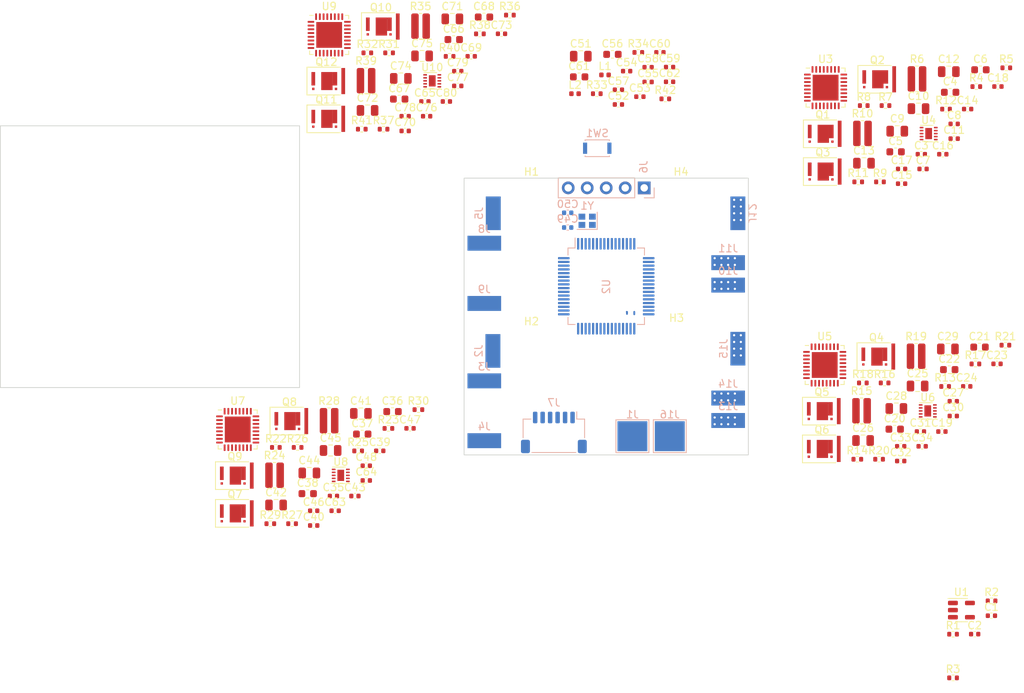
<source format=kicad_pcb>
(kicad_pcb (version 20210722) (generator pcbnew)

  (general
    (thickness 1.59)
  )

  (paper "A4")
  (layers
    (0 "F.Cu" signal)
    (1 "In1.Cu" signal)
    (2 "In2.Cu" signal)
    (31 "B.Cu" signal)
    (32 "B.Adhes" user "B.Adhesive")
    (33 "F.Adhes" user "F.Adhesive")
    (34 "B.Paste" user)
    (35 "F.Paste" user)
    (36 "B.SilkS" user "B.Silkscreen")
    (37 "F.SilkS" user "F.Silkscreen")
    (38 "B.Mask" user)
    (39 "F.Mask" user)
    (40 "Dwgs.User" user "User.Drawings")
    (41 "Cmts.User" user "User.Comments")
    (42 "Eco1.User" user "User.Eco1")
    (43 "Eco2.User" user "User.Eco2")
    (44 "Edge.Cuts" user)
    (45 "Margin" user)
    (46 "B.CrtYd" user "B.Courtyard")
    (47 "F.CrtYd" user "F.Courtyard")
    (48 "B.Fab" user)
    (49 "F.Fab" user)
    (50 "User.1" user)
    (51 "User.2" user)
    (52 "User.3" user)
    (53 "User.4" user)
    (54 "User.5" user)
    (55 "User.6" user)
    (56 "User.7" user)
    (57 "User.8" user)
    (58 "User.9" user)
  )

  (setup
    (stackup
      (layer "F.SilkS" (type "Top Silk Screen"))
      (layer "F.Paste" (type "Top Solder Paste"))
      (layer "F.Mask" (type "Top Solder Mask") (color "Green") (thickness 0.01))
      (layer "F.Cu" (type "copper") (thickness 0.035))
      (layer "dielectric 1" (type "core") (thickness 0.2) (material "FR4") (epsilon_r 4.5) (loss_tangent 0.02))
      (layer "In1.Cu" (type "copper") (thickness 0.0175))
      (layer "dielectric 2" (type "prepreg") (thickness 1.065) (material "FR4") (epsilon_r 4.5) (loss_tangent 0.02))
      (layer "In2.Cu" (type "copper") (thickness 0.0175))
      (layer "dielectric 3" (type "core") (thickness 0.2) (material "FR4") (epsilon_r 4.5) (loss_tangent 0.02))
      (layer "B.Cu" (type "copper") (thickness 0.035))
      (layer "B.Mask" (type "Bottom Solder Mask") (color "Green") (thickness 0.01))
      (layer "B.Paste" (type "Bottom Solder Paste"))
      (layer "B.SilkS" (type "Bottom Silk Screen"))
      (copper_finish "HAL SnPb")
      (dielectric_constraints no)
    )
    (pad_to_mask_clearance 0)
    (pcbplotparams
      (layerselection 0x00010fc_ffffffff)
      (disableapertmacros false)
      (usegerberextensions false)
      (usegerberattributes true)
      (usegerberadvancedattributes true)
      (creategerberjobfile true)
      (svguseinch false)
      (svgprecision 6)
      (excludeedgelayer true)
      (plotframeref false)
      (viasonmask false)
      (mode 1)
      (useauxorigin false)
      (hpglpennumber 1)
      (hpglpenspeed 20)
      (hpglpendiameter 15.000000)
      (dxfpolygonmode true)
      (dxfimperialunits true)
      (dxfusepcbnewfont true)
      (psnegative false)
      (psa4output false)
      (plotreference true)
      (plotvalue true)
      (plotinvisibletext false)
      (sketchpadsonfab false)
      (subtractmaskfromsilk false)
      (outputformat 1)
      (mirror false)
      (drillshape 1)
      (scaleselection 1)
      (outputdirectory "")
    )
  )

  (net 0 "")
  (net 1 "Net-(C3-Pad1)")
  (net 2 "GND")
  (net 3 "+BATT")
  (net 4 "/Motor 1/A")
  (net 5 "/Motor 1/B")
  (net 6 "/Motor 1/C")
  (net 7 "unconnected-(U2-Pad2)")
  (net 8 "unconnected-(U2-Pad3)")
  (net 9 "unconnected-(U2-Pad55)")
  (net 10 "Net-(C56-Pad1)")
  (net 11 "+3V3")
  (net 12 "Net-(C16-Pad1)")
  (net 13 "Net-(C18-Pad1)")
  (net 14 "Net-(C27-Pad2)")
  (net 15 "/Motor 2/C")
  (net 16 "/Motor 2/B")
  (net 17 "/Motor 2/A")
  (net 18 "/Motor 3/C")
  (net 19 "/Motor 3/B")
  (net 20 "/Motor 3/A")
  (net 21 "/Motor 4/C")
  (net 22 "/Motor 4/B")
  (net 23 "/Motor 4/A")
  (net 24 "Net-(R12-Pad2)")
  (net 25 "Net-(R17-Pad2)")
  (net 26 "Net-(R21-Pad2)")
  (net 27 "Net-(R30-Pad2)")
  (net 28 "Net-(Q4-Pad4)")
  (net 29 "Net-(Q5-Pad4)")
  (net 30 "Net-(Q6-Pad4)")
  (net 31 "Net-(Q7-Pad4)")
  (net 32 "Net-(Q8-Pad4)")
  (net 33 "Net-(Q9-Pad4)")
  (net 34 "Net-(Q10-Pad4)")
  (net 35 "Net-(Q11-Pad4)")
  (net 36 "Net-(Q12-Pad4)")
  (net 37 "Net-(C1-Pad2)")
  (net 38 "/Controller/OSCA")
  (net 39 "/Controller/OSCB")
  (net 40 "+3.3VA")
  (net 41 "/Controller/~{RESET}")
  (net 42 "Net-(R34-Pad1)")
  (net 43 "/Controller/PWM1A")
  (net 44 "/Controller/PWM1B")
  (net 45 "/Controller/PWM1C")
  (net 46 "/Controller/PWM3C")
  (net 47 "/Controller/PWM4A")
  (net 48 "/Controller/PWM4B")
  (net 49 "/Controller/PWM4C")
  (net 50 "/Controller/PWM2B")
  (net 51 "/Controller/PWM2C")
  (net 52 "/Controller/PWM3A")
  (net 53 "/Controller/PWM3B")
  (net 54 "/Controller/PWM2A")
  (net 55 "/Controller/SWDIO")
  (net 56 "/Controller/SWCLK")
  (net 57 "Net-(C3-Pad2)")
  (net 58 "/Controller/SCLK")
  (net 59 "/Controller/MOSI")
  (net 60 "/Controller/MISO")
  (net 61 "/Controller/EN")
  (net 62 "/Controller/HIZ1A")
  (net 63 "/Controller/HIZ1B")
  (net 64 "/Controller/HIZ1C")
  (net 65 "/Controller/HIZ4B")
  (net 66 "/Controller/HIZ4C")
  (net 67 "/Controller/HIZ3A")
  (net 68 "/Controller/HIZ3B")
  (net 69 "/Controller/HIZ3C")
  (net 70 "/Controller/HIZ2A")
  (net 71 "/Controller/HIZ2B")
  (net 72 "/Controller/HIZ2C")
  (net 73 "/Controller/HIZ4A")
  (net 74 "/Motor 1/DVDD")
  (net 75 "/Motor 2/DVDD")
  (net 76 "/Motor 3/DVDD")
  (net 77 "/Motor 4/DVDD")
  (net 78 "Net-(C64-Pad1)")
  (net 79 "Net-(C4-Pad1)")
  (net 80 "Net-(C6-Pad1)")
  (net 81 "Net-(C11-Pad2)")
  (net 82 "Net-(C14-Pad2)")
  (net 83 "/Controller/I_C1")
  (net 84 "/Controller/I_A1")
  (net 85 "Net-(C19-Pad1)")
  (net 86 "Net-(C19-Pad2)")
  (net 87 "Net-(C20-Pad1)")
  (net 88 "Net-(C22-Pad1)")
  (net 89 "Net-(C30-Pad2)")
  (net 90 "/Controller/I_C2")
  (net 91 "Net-(C32-Pad1)")
  (net 92 "/Controller/I_A2")
  (net 93 "Net-(C34-Pad1)")
  (net 94 "Net-(C35-Pad1)")
  (net 95 "Net-(C35-Pad2)")
  (net 96 "Net-(C36-Pad1)")
  (net 97 "Net-(C38-Pad1)")
  (net 98 "Net-(C43-Pad2)")
  (net 99 "Net-(C46-Pad2)")
  (net 100 "Net-(C48-Pad1)")
  (net 101 "Net-(C65-Pad1)")
  (net 102 "Net-(C65-Pad2)")
  (net 103 "Net-(C66-Pad1)")
  (net 104 "Net-(C68-Pad1)")
  (net 105 "Net-(C73-Pad2)")
  (net 106 "Net-(C76-Pad2)")
  (net 107 "Net-(C78-Pad1)")
  (net 108 "Net-(C80-Pad1)")
  (net 109 "Net-(Q1-Pad1)")
  (net 110 "Net-(Q1-Pad4)")
  (net 111 "Net-(Q1-Pad5)")
  (net 112 "Net-(Q2-Pad1)")
  (net 113 "Net-(Q2-Pad4)")
  (net 114 "Net-(Q3-Pad1)")
  (net 115 "Net-(Q3-Pad4)")
  (net 116 "Net-(Q3-Pad5)")
  (net 117 "Net-(Q4-Pad1)")
  (net 118 "Net-(Q4-Pad5)")
  (net 119 "Net-(Q5-Pad1)")
  (net 120 "Net-(Q6-Pad1)")
  (net 121 "Net-(Q6-Pad5)")
  (net 122 "Net-(Q7-Pad1)")
  (net 123 "Net-(Q7-Pad5)")
  (net 124 "Net-(Q8-Pad1)")
  (net 125 "Net-(Q9-Pad1)")
  (net 126 "Net-(Q9-Pad5)")
  (net 127 "Net-(Q10-Pad1)")
  (net 128 "Net-(Q10-Pad5)")
  (net 129 "Net-(Q11-Pad1)")
  (net 130 "Net-(Q12-Pad1)")
  (net 131 "Net-(Q12-Pad5)")
  (net 132 "/Controller/~{FAULT}")
  (net 133 "Net-(R8-Pad2)")
  (net 134 "Net-(R26-Pad2)")
  (net 135 "Net-(R37-Pad2)")
  (net 136 "Net-(R41-Pad2)")
  (net 137 "/VREF")
  (net 138 "/Controller/I_C3")
  (net 139 "/Controller/I_A3")
  (net 140 "/Controller/I_C4")
  (net 141 "/Controller/I_A4")
  (net 142 "unconnected-(J7-Pad1)")
  (net 143 "unconnected-(J7-Pad2)")
  (net 144 "/Controller/TX")
  (net 145 "/Controller/RX")
  (net 146 "/Controller/~{SCS1}")
  (net 147 "/Controller/~{SCS2}")
  (net 148 "/Controller/~{SCS3}")
  (net 149 "/Controller/~{SCS4}")

  (footprint "Capacitor_SMD:C_0402_1005Metric" (layer "F.Cu") (at 163.77 100.45))

  (footprint "Capacitor_SMD:C_0805_2012Metric" (layer "F.Cu") (at 145.86 110.7))

  (footprint "Capacitor_SMD:C_0603_1608Metric" (layer "F.Cu") (at 228.57 100.56))

  (footprint "Capacitor_SMD:C_0805_2012Metric" (layer "F.Cu") (at 228.91 60.72))

  (footprint "multiesc_footprints:Texas_DSQ0010A" (layer "F.Cu") (at 233.11 61.04))

  (footprint "Capacitor_SMD:C_0805_2012Metric" (layer "F.Cu") (at 165.38 50.66))

  (footprint "multiesc_footprints:Texas_CSD87384M" (layer "F.Cu") (at 218.96 66.12))

  (footprint "Capacitor_SMD:C_0603_1608Metric" (layer "F.Cu") (at 157.38 101.22))

  (footprint "multiesc_footprints:Texas_DSQ0010A" (layer "F.Cu") (at 166.74 53.99))

  (footprint "MountingHole:MountingHole_3.2mm_M3_ISO7380" (layer "F.Cu") (at 180 70))

  (footprint "multiesc_footprints:Texas_CSD87384M" (layer "F.Cu") (at 218.84 98.15))

  (footprint "Capacitor_SMD:C_0402_1005Metric" (layer "F.Cu") (at 236.52 59.75))

  (footprint "Capacitor_SMD:C_0402_1005Metric" (layer "F.Cu") (at 232.01 100.88))

  (footprint "Capacitor_SMD:C_0402_1005Metric" (layer "F.Cu") (at 198.47 52.15))

  (footprint "Capacitor_SMD:C_0805_2012Metric" (layer "F.Cu") (at 153.15 103.41))

  (footprint "Capacitor_SMD:C_0402_1005Metric" (layer "F.Cu") (at 150.89 111.47))

  (footprint "Resistor_SMD:R_0402_1005Metric" (layer "F.Cu") (at 145.83 103))

  (footprint "Capacitor_SMD:C_0603_1608Metric" (layer "F.Cu") (at 173.66 45.46))

  (footprint "multiesc_footprints:Texas_CSD87384M" (layer "F.Cu") (at 226.25 53.78))

  (footprint "Resistor_SMD:R_0402_1005Metric" (layer "F.Cu") (at 223.69 67.5))

  (footprint "multiesc_footprints:Texas_CSD87384M" (layer "F.Cu") (at 226.13 90.86))

  (footprint "Resistor_SMD:R_0402_1005Metric" (layer "F.Cu") (at 148.74 103))

  (footprint "Capacitor_SMD:C_0402_1005Metric" (layer "F.Cu") (at 165.76 56.75))

  (footprint "Package_DFN_QFN:Texas_S-PVQFN-N32_EP3.45x3.45mm" (layer "F.Cu") (at 219.21 91.98))

  (footprint "Resistor_SMD:R_0402_1005Metric" (layer "F.Cu") (at 227.34 57.3))

  (footprint "Resistor_SMD:R_0402_1005Metric" (layer "F.Cu") (at 160.88 100.46))

  (footprint "Package_DFN_QFN:Texas_S-PVQFN-N32_EP3.45x3.45mm" (layer "F.Cu") (at 219.33 54.9))

  (footprint "multiesc_footprints:Texas_CSD87384M" (layer "F.Cu") (at 159.88 46.73))

  (footprint "Capacitor_SMD:C_0402_1005Metric" (layer "F.Cu") (at 150.89 113.44))

  (footprint "Capacitor_SMD:C_0805_2012Metric" (layer "F.Cu") (at 235.68 89.84))

  (footprint "Capacitor_SMD:C_0402_1005Metric" (layer "F.Cu") (at 229.37 104.82))

  (footprint "Resistor_SMD:R_0402_1005Metric" (layer "F.Cu") (at 226.48 104.58))

  (footprint "Capacitor_SMD:C_0603_1608Metric" (layer "F.Cu") (at 228.69 63.48))

  (footprint "Capacitor_SMD:C_0805_2012Metric" (layer "F.Cu") (at 158.09 57.95))

  (footprint "Capacitor_SMD:C_0402_1005Metric" (layer "F.Cu") (at 232.36 65.77))

  (footprint "Package_TO_SOT_SMD:SOT-23-5" (layer "F.Cu") (at 237.49 124.75))

  (footprint "Capacitor_SMD:C_0603_1608Metric" (layer "F.Cu") (at 235.98 55.52))

  (footprint "Capacitor_SMD:C_0402_1005Metric" (layer "F.Cu") (at 153.76 111.47))

  (footprint "multiesc_footprints:Texas_DSQ0010A" (layer "F.Cu") (at 232.99 98.12))

  (footprint "Capacitor_SMD:C_0603_1608Metric" (layer "F.Cu") (at 150.09 109.18))

  (footprint "Resistor_SMD:R_0402_1005Metric" (layer "F.Cu") (at 243.37 89.33))

  (footprint "Resistor_SMD:R_0612_1632Metric" (layer "F.Cu") (at 152.95 99.43))

  (footprint "Capacitor_SMD:C_0402_1005Metric" (layer "F.Cu") (at 163.12 60.69))

  (footprint "Resistor_SMD:R_0402_1005Metric" (layer "F.Cu") (at 197.9 56.4))

  (footprint "multiesc_footprints:Texas_CSD87384M" (layer "F.Cu") (at 218.84 103.2))

  (footprint "Capacitor_SMD:C_0402_1005Metric" (layer "F.Cu") (at 197.18 50.18))

  (footprint "Resistor_SMD:R_0402_1005Metric" (layer "F.Cu") (at 235.43 57.77))

  (footprint "Capacitor_SMD:C_0805_2012Metric" (layer "F.Cu") (at 224.46 65))

  (footprint "Resistor_SMD:R_0402_1005Metric" (layer "F.Cu") (at 224.31 94.38))

  (footprint "Resistor_SMD:R_0402_1005Metric" (layer "F.Cu") (at 160.23 60.45))

  (footprint "Resistor_SMD:R_0402_1005Metric" (layer "F.Cu") (at 223.57 104.58))

  (footprint "Package_DFN_QFN:Texas_S-PVQFN-N32_EP3.45x3.45mm" (layer "F.Cu") (at 140.73 100.6))

  (footprint "Capacitor_SMD:C_0402_1005Metric" (layer "F.Cu") (at 159.72 103.46))

  (footprint "Resistor_SMD:R_0402_1005Metric" (layer "F.Cu")
    (tedit 5F68FEEE) (tstamp 65cbc71b-03cf-4f38-a5ce-1de5a8633bbb)
    (at 241.52 123.52)
    (descr "Resistor SMD 0402 (1005 Metric), square (rectangular) end terminal, IPC_7351 nominal, (Body size source: IPC-SM-782 page 72, https://www.pcb-3d.com/wordpress/wp-content/uploads/ipc-sm-782a_amendment_1_and_2.pdf), generated with kicad-footprint-generator")
    (tags "resistor")
    (property "Sheetfile" "multiesc.kicad_sch")
    (property "Sheetname" "")
    (path "/c59599e0-b48c-47a8-b22f-c2f22d535456")
    (attr smd)
    (fp_text reference "R2" (at 0 -1.17) (layer "F.SilkS")
      (effects (font (size 1 1) (thickness 0.15)))
      (tstamp a25dc617-3f8f-4ac4-911c-0d86d79b7928)
    )
    (fp_text value "10k" (at 0 1.17) (layer "F.Fab")
      (effects (font (size 1 1) (thickness 0.15)))
      (tstamp e07f4b2c-a53a-4044-a479-046ff2143a32)
    )
    (fp_text user "${REFERENCE}" (at 0 0) (layer "F.Fab")
      (effects (font (size 0.26 0.26) (thickness 0.04)))
      (tstamp f35540ba-0730-432f-ab6e-f6bfda746865)
    )
    (fp_line (start -0.153641 0.38) (end 0.153641 0.38) (layer "F.SilkS") (width 0.12) (tstamp 4e4c8360-3a4e-4db7-a752-4405b7dc6d70))
    (fp_line (start -0.153641 -0.38) (end 0.153641 -0.38) (layer "F.SilkS") (width 0.12) (tstamp ff5fa308-a645-494a-b883-b52cab69578f))
    (fp_line (start -0.93 0.47) (end -0.93 -0.47) (layer "F.CrtYd") (width 0.05) (tstamp 214c1d55-b553-440d-bd41-11b0c54d822d))
    (fp_line (start 0.93 -0.47) (end 0.93 0.47) (layer "F.CrtYd") (width 0.05) (tstamp 52e3149c-4fd5-4787-8f65-111aab8781ca))
    (fp_line (start -0.93 -0.47) (end 0.93 -0.47) (layer "F.CrtYd") (width 0.05) (tstamp 5d41d39e-4c01-4163-aa21-675a73598111))
    (fp_line (start 0.93 0.47) (end -0.93 0.47) (layer "F.CrtYd") (width 0.05) (tstamp eed68135-8f0e-4361-bda7-153baad1be13))
    (fp_line (start -0.525 0.27) (end -0.525 -0.27) (layer "F.Fab") (width 0.1) (tstamp 5567c038-97b8-4517-945c-a9ebe84fe1ad))
    (fp_line (start -0.525 -0.27) (end 0.525 -0.27) (layer "F.Fab") (width 0.1) (tstamp 7ad3f0b0-3827-44d7-b8c3-80c95f74bc7b))
    (fp_line (start 0.525 0.27) (end -0.525 0.27) (layer "F.Fab") (width 0.1) (tstamp c582357f-0464-4c0a-a731-1564c09b4c81))
    (fp_line (start 0.525 -0.27) (end 0.525 0.27) (layer "F.Fab") (width 0.1) (tstamp d744fe56-1956-4346-ab51-748a9162118b))
    (pad "1" smd roundrect locked (at -0.51 0) (size 0.54 0.64) (layers "F.Cu" "F.Paste" "F.Mask") (roundrect_rratio 0.25)
      (net 2 "GND") (pintype "passive") (tstamp 4c9e280e-b971-4af3-a520-a94cfb1ff8ae))
    (pad "2" smd roundrect locked (at 0.51 0) (size 0.54 0.64) (layers "F.Cu" "F.Paste" "F.Mask
... [360849 chars truncated]
</source>
